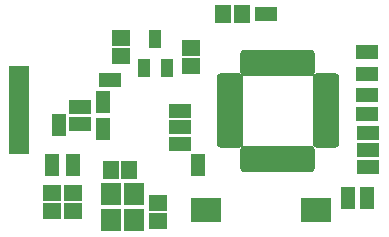
<source format=gtp>
G04*
G04 #@! TF.GenerationSoftware,Altium Limited,Altium Designer,20.0.12 (288)*
G04*
G04 Layer_Color=8421504*
%FSLAX25Y25*%
%MOIN*%
G70*
G01*
G75*
%ADD19R,0.04362X0.04559*%
%ADD20R,0.04559X0.04362*%
%ADD21R,0.05858X0.05661*%
%ADD22R,0.05661X0.05858*%
%ADD23O,0.03181X0.09087*%
%ADD24O,0.09087X0.03181*%
%ADD25R,0.06724X0.07512*%
%ADD26R,0.04362X0.05937*%
%ADD27R,0.10268X0.08299*%
%ADD28R,0.06528X0.04362*%
%ADD29R,0.06528X0.03181*%
D19*
X143137Y40118D02*
D03*
X146483D02*
D03*
X143137Y53775D02*
D03*
X146483D02*
D03*
X84121Y30275D02*
D03*
X80774D02*
D03*
X84121Y35923D02*
D03*
X80774D02*
D03*
X84121Y41339D02*
D03*
X80774D02*
D03*
X146901Y22691D02*
D03*
X143555D02*
D03*
X143555Y33964D02*
D03*
X146901D02*
D03*
X143137Y46769D02*
D03*
X146483D02*
D03*
X146901Y28328D02*
D03*
X143555D02*
D03*
X47635Y42476D02*
D03*
X50982D02*
D03*
X143137Y60781D02*
D03*
X146483D02*
D03*
X50982Y36861D02*
D03*
X47635D02*
D03*
X60717Y51698D02*
D03*
X57371D02*
D03*
X109330Y73559D02*
D03*
X112676D02*
D03*
D20*
X56780Y42529D02*
D03*
Y45875D02*
D03*
X56818Y36945D02*
D03*
Y33599D02*
D03*
X144978Y14076D02*
D03*
Y10729D02*
D03*
X88439Y21511D02*
D03*
Y24857D02*
D03*
X138412Y10730D02*
D03*
Y14076D02*
D03*
X42300Y34827D02*
D03*
Y38173D02*
D03*
X46848Y24869D02*
D03*
Y21522D02*
D03*
X39748Y24869D02*
D03*
Y21522D02*
D03*
D21*
X46848Y14009D02*
D03*
Y7946D02*
D03*
X39748Y14009D02*
D03*
Y7946D02*
D03*
X75061Y4622D02*
D03*
Y10685D02*
D03*
X86074Y56349D02*
D03*
Y62412D02*
D03*
X62661Y65630D02*
D03*
Y59567D02*
D03*
D22*
X96948Y73559D02*
D03*
X103011D02*
D03*
X59466Y21691D02*
D03*
X65529D02*
D03*
D23*
X104297Y25394D02*
D03*
X106265D02*
D03*
X108234D02*
D03*
X110202D02*
D03*
X112171D02*
D03*
X114139D02*
D03*
X116108D02*
D03*
X118076D02*
D03*
X120045D02*
D03*
X122013D02*
D03*
X123982D02*
D03*
X125950D02*
D03*
Y57284D02*
D03*
X123982D02*
D03*
X122013D02*
D03*
X120045D02*
D03*
X118076D02*
D03*
X116108D02*
D03*
X114139D02*
D03*
X112171D02*
D03*
X110202D02*
D03*
X108234D02*
D03*
X106265D02*
D03*
X104297D02*
D03*
D24*
X131068Y30512D02*
D03*
Y32480D02*
D03*
Y34449D02*
D03*
Y36417D02*
D03*
Y38386D02*
D03*
Y40354D02*
D03*
Y42323D02*
D03*
Y44291D02*
D03*
Y46260D02*
D03*
Y48228D02*
D03*
Y50197D02*
D03*
Y52165D02*
D03*
X99178D02*
D03*
Y50197D02*
D03*
Y48228D02*
D03*
Y46260D02*
D03*
Y44291D02*
D03*
Y42323D02*
D03*
Y40354D02*
D03*
Y38386D02*
D03*
Y36417D02*
D03*
Y34449D02*
D03*
Y32480D02*
D03*
Y30512D02*
D03*
D25*
X59588Y13579D02*
D03*
Y4918D02*
D03*
X67069D02*
D03*
Y13579D02*
D03*
D26*
X70557Y55693D02*
D03*
X78038D02*
D03*
X74298Y65142D02*
D03*
D27*
X127756Y8268D02*
D03*
X91142D02*
D03*
D28*
X28837Y54280D02*
D03*
Y51130D02*
D03*
Y29083D02*
D03*
Y32232D02*
D03*
D29*
Y34791D02*
D03*
Y36760D02*
D03*
Y38728D02*
D03*
Y40697D02*
D03*
Y42665D02*
D03*
Y44634D02*
D03*
Y46602D02*
D03*
Y48571D02*
D03*
M02*

</source>
